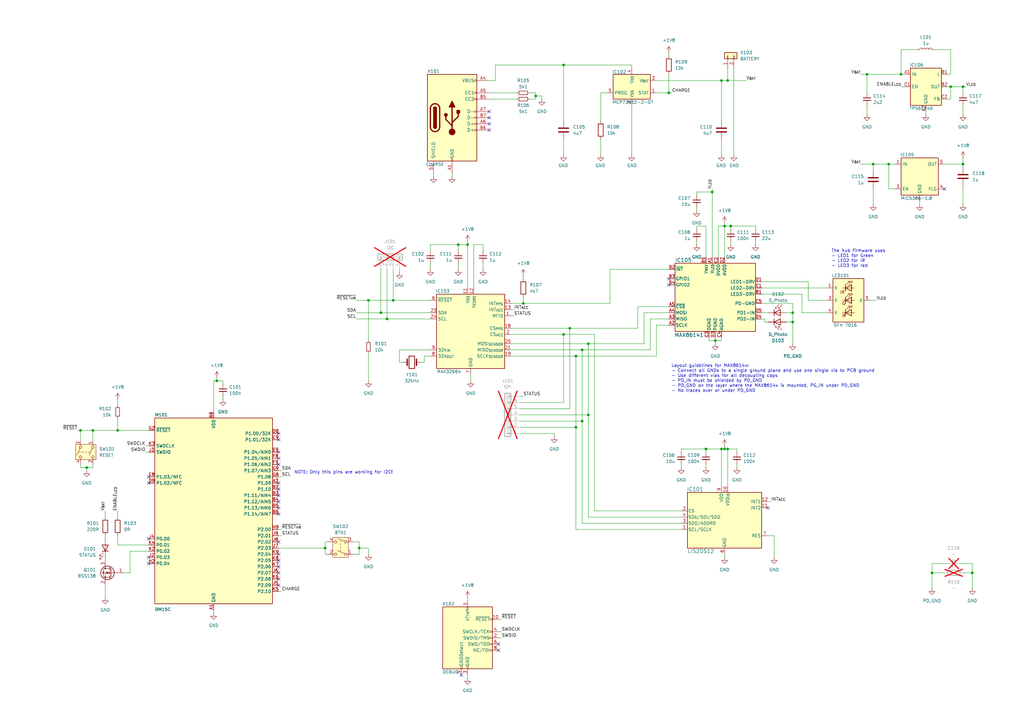
<source format=kicad_sch>
(kicad_sch (version 20250114) (generator "eeschema") (generator_version "9.0")
  (paper "A3")
  (title_block (title "Heartrate-DevKit") (date "2025-07-13") (rev "${REVISION}") (company "${COMPANY}"))
  (text "The hub firmware uses\n- LED1 for Green\n- LED2 for IR\n- LED3 for red" (at 340.995 102.235 0) (effects (font (size 1.27 1.27)) (justify left top)))
  (text "NOTE: Only this pins are working for I2C!" (at 120.65 193.04 0) (effects (font (size 1.27 1.27)) (justify left top)))
  (text "Layout guidelines for MAX8614x:\n- Connect all GNDs to a single ground plane and use one single via to PCB ground\n- Use different vias for all decoupling caps\n- PD_IN must be shielded by PD_GND\n- PD_GND on the layer where the MAX8614x is mounted, PG_IN under PD_GND\n- No traces over or under PD_GND" (at 275.336 149.352 0) (effects (font (size 1.27 1.27)) (justify left top)))
  (junction (at 274.32 38.1))
  (junction (at 355.6 30.48))
  (junction (at 325.12 132.08))
  (junction (at 158.75 130.81))
  (junction (at 35.56 191.77))
  (junction (at 133.35 224.79))
  (junction (at 394.97 67.31))
  (junction (at 88.9 156.21))
  (junction (at 38.1 176.53))
  (junction (at 394.97 35.56))
  (junction (at 292.1 78.74))
  (junction (at 214.63 124.46))
  (junction (at 241.3 140.97))
  (junction (at 295.91 33.02))
  (junction (at 382.27 234.95))
  (junction (at 297.18 92.71))
  (junction (at 156.21 128.27))
  (junction (at 293.37 139.7))
  (junction (at 298.45 33.02))
  (junction (at 33.02 176.53))
  (junction (at 299.72 92.71))
  (junction (at 187.96 100.33))
  (junction (at 289.56 184.15))
  (junction (at 398.78 234.95))
  (junction (at 151.13 123.19))
  (junction (at 364.49 67.31))
  (junction (at 236.22 175.26))
  (junction (at 358.14 67.31))
  (junction (at 233.68 134.62))
  (junction (at 236.22 146.05))
  (junction (at 238.76 143.51))
  (junction (at 231.14 137.16))
  (junction (at 161.29 123.19))
  (junction (at 191.77 100.33))
  (junction (at 238.76 172.72))
  (junction (at 297.18 184.15))
  (junction (at 147.32 224.79))
  (junction (at 295.91 184.15))
  (junction (at 389.89 35.56))
  (junction (at 298.45 184.15))
  (junction (at 325.12 128.27))
  (junction (at 241.3 170.18))
  (junction (at 369.57 30.48))
  (junction (at 219.71 39.37))
  (junction (at 48.26 176.53))
  (junction (at 231.14 26.67))
  (no_connect (at 60.96 195.58))
  (no_connect (at 387.35 77.47))
  (no_connect (at 274.32 114.3))
  (no_connect (at 114.3 222.25))
  (no_connect (at 60.96 220.98))
  (no_connect (at 114.3 198.12))
  (no_connect (at 200.66 50.8))
  (no_connect (at 204.47 266.7))
  (no_connect (at 114.3 185.42))
  (no_connect (at 114.3 240.03))
  (no_connect (at 204.47 264.16))
  (no_connect (at 114.3 234.95))
  (no_connect (at 114.3 203.2))
  (no_connect (at 200.66 45.72))
  (no_connect (at 114.3 208.28))
  (no_connect (at 314.96 208.28))
  (no_connect (at 114.3 187.96))
  (no_connect (at 274.32 116.84))
  (no_connect (at 114.3 177.8))
  (no_connect (at 60.96 198.12))
  (no_connect (at 114.3 180.34))
  (no_connect (at 189.23 276.86))
  (no_connect (at 200.66 48.26))
  (no_connect (at 60.96 228.6))
  (no_connect (at 114.3 210.82))
  (no_connect (at 114.3 205.74))
  (no_connect (at 114.3 229.87))
  (no_connect (at 200.66 53.34))
  (no_connect (at 114.3 237.49))
  (no_connect (at 114.3 232.41))
  (no_connect (at 114.3 227.33))
  (no_connect (at 114.3 200.66))
  (no_connect (at 60.96 231.14))
  (no_connect (at 114.3 190.5))
  (wire (pts (xy 213.36 162.56) (xy 214.63 162.56)))
  (wire (pts (xy 261.62 125.73) (xy 274.32 125.73)))
  (wire (pts (xy 87.63 156.21) (xy 88.9 156.21)))
  (wire (pts (xy 269.24 33.02) (xy 295.91 33.02)))
  (wire (pts (xy 377.19 82.55) (xy 377.19 83.82)))
  (wire (pts (xy 295.91 33.02) (xy 298.45 33.02)))
  (wire (pts (xy 369.57 20.32) (xy 369.57 30.48)))
  (wire (pts (xy 382.27 241.3) (xy 382.27 234.95)))
  (wire (pts (xy 325.12 124.46) (xy 325.12 128.27)))
  (wire (pts (xy 293.37 139.7) (xy 295.91 139.7)))
  (wire (pts (xy 241.3 140.97) (xy 264.16 140.97)))
  (wire (pts (xy 243.84 137.16) (xy 243.84 209.55)))
  (wire (pts (xy 60.96 182.88) (xy 59.69 182.88)))
  (wire (pts (xy 231.14 26.67) (xy 259.08 26.67)))
  (wire (pts (xy 294.64 92.71) (xy 294.64 105.41)))
  (wire (pts (xy 394.97 35.56) (xy 396.24 35.56)))
  (wire (pts (xy 382.27 231.14) (xy 388.62 231.14)))
  (wire (pts (xy 87.63 250.19) (xy 87.63 251.46)))
  (wire (pts (xy 191.77 100.33) (xy 191.77 118.11)))
  (wire (pts (xy 217.17 38.1) (xy 219.71 38.1)))
  (wire (pts (xy 387.35 67.31) (xy 394.97 67.31)))
  (wire (pts (xy 289.56 92.71) (xy 289.56 105.41)))
  (wire (pts (xy 241.3 212.09) (xy 279.4 212.09)))
  (wire (pts (xy 163.83 148.59) (xy 165.1 148.59)))
  (wire (pts (xy 290.83 138.43) (xy 290.83 139.7)))
  (wire (pts (xy 144.78 222.25) (xy 147.32 222.25)))
  (wire (pts (xy 394.97 43.18) (xy 394.97 46.99)))
  (wire (pts (xy 353.06 30.48) (xy 355.6 30.48)))
  (wire (pts (xy 214.63 113.03) (xy 214.63 114.3)))
  (wire (pts (xy 209.55 137.16) (xy 231.14 137.16)))
  (wire (pts (xy 156.21 110.49) (xy 156.21 128.27)))
  (wire (pts (xy 134.62 222.25) (xy 133.35 222.25)))
  (wire (pts (xy 194.31 100.33) (xy 198.12 100.33)))
  (wire (pts (xy 177.8 71.12) (xy 177.8 72.39)))
  (wire (pts (xy 187.96 100.33) (xy 187.96 102.87)))
  (wire (pts (xy 133.35 227.33) (xy 133.35 224.79)))
  (wire (pts (xy 358.14 67.31) (xy 358.14 69.85)))
  (wire (pts (xy 114.3 193.04) (xy 115.57 193.04)))
  (wire (pts (xy 295.91 184.15) (xy 289.56 184.15)))
  (wire (pts (xy 295.91 184.15) (xy 297.18 184.15)))
  (wire (pts (xy 198.12 100.33) (xy 198.12 102.87)))
  (wire (pts (xy 248.92 38.1) (xy 246.38 38.1)))
  (wire (pts (xy 297.18 227.33) (xy 297.18 228.6)))
  (wire (pts (xy 389.89 40.64) (xy 389.89 35.56)))
  (wire (pts (xy 43.18 240.03) (xy 43.18 245.11)))
  (wire (pts (xy 48.26 176.53) (xy 38.1 176.53)))
  (wire (pts (xy 369.57 35.56) (xy 370.84 35.56)))
  (wire (pts (xy 144.78 227.33) (xy 147.32 227.33)))
  (wire (pts (xy 293.37 138.43) (xy 293.37 139.7)))
  (wire (pts (xy 43.18 219.71) (xy 43.18 220.98)))
  (wire (pts (xy 60.96 223.52) (xy 48.26 223.52)))
  (wire (pts (xy 289.56 190.5) (xy 289.56 191.77)))
  (wire (pts (xy 295.91 139.7) (xy 295.91 138.43)))
  (wire (pts (xy 279.4 184.15) (xy 279.4 185.42)))
  (wire (pts (xy 394.97 35.56) (xy 394.97 38.1)))
  (wire (pts (xy 339.09 128.27) (xy 328.93 128.27)))
  (wire (pts (xy 299.72 92.71) (xy 309.88 92.71)))
  (wire (pts (xy 297.18 182.88) (xy 297.18 184.15)))
  (wire (pts (xy 274.32 38.1) (xy 275.59 38.1)))
  (wire (pts (xy 299.72 92.71) (xy 299.72 93.98)))
  (wire (pts (xy 185.42 71.12) (xy 185.42 72.39)))
  (wire (pts (xy 266.7 130.81) (xy 274.32 130.81)))
  (wire (pts (xy 309.88 99.06) (xy 309.88 100.33)))
  (wire (pts (xy 294.64 92.71) (xy 297.18 92.71)))
  (wire (pts (xy 214.63 124.46) (xy 214.63 121.92)))
  (wire (pts (xy 261.62 134.62) (xy 261.62 125.73)))
  (wire (pts (xy 35.56 191.77) (xy 38.1 191.77)))
  (wire (pts (xy 194.31 118.11) (xy 194.31 100.33)))
  (wire (pts (xy 191.77 276.86) (xy 191.77 278.13)))
  (wire (pts (xy 325.12 132.08) (xy 325.12 140.97)))
  (wire (pts (xy 264.16 128.27) (xy 274.32 128.27)))
  (wire (pts (xy 238.76 172.72) (xy 238.76 214.63)))
  (wire (pts (xy 48.26 176.53) (xy 60.96 176.53)))
  (wire (pts (xy 219.71 40.64) (xy 217.17 40.64)))
  (wire (pts (xy 358.14 67.31) (xy 364.49 67.31)))
  (wire (pts (xy 198.12 107.95) (xy 198.12 110.49)))
  (wire (pts (xy 161.29 110.49) (xy 161.29 123.19)))
  (wire (pts (xy 161.29 123.19) (xy 151.13 123.19)))
  (wire (pts (xy 389.89 35.56) (xy 388.62 35.56)))
  (wire (pts (xy 313.69 132.08) (xy 314.96 132.08)))
  (wire (pts (xy 339.09 118.11) (xy 312.42 118.11)))
  (wire (pts (xy 279.4 190.5) (xy 279.4 191.77)))
  (wire (pts (xy 238.76 143.51) (xy 266.7 143.51)))
  (wire (pts (xy 114.3 242.57) (xy 115.57 242.57)))
  (wire (pts (xy 147.32 224.79) (xy 147.32 227.33)))
  (wire (pts (xy 35.56 191.77) (xy 35.56 193.04)))
  (wire (pts (xy 193.04 153.67) (xy 193.04 156.21)))
  (wire (pts (xy 176.53 143.51) (xy 163.83 143.51)))
  (wire (pts (xy 114.3 195.58) (xy 115.57 195.58)))
  (wire (pts (xy 269.24 133.35) (xy 269.24 146.05)))
  (wire (pts (xy 213.36 165.1) (xy 231.14 165.1)))
  (wire (pts (xy 33.02 176.53) (xy 33.02 180.34)))
  (wire (pts (xy 236.22 175.26) (xy 236.22 217.17)))
  (wire (pts (xy 285.75 92.71) (xy 289.56 92.71)))
  (wire (pts (xy 238.76 143.51) (xy 209.55 143.51)))
  (wire (pts (xy 219.71 39.37) (xy 219.71 40.64)))
  (wire (pts (xy 91.44 156.21) (xy 91.44 157.48)))
  (wire (pts (xy 285.75 80.01) (xy 285.75 78.74)))
  (wire (pts (xy 298.45 184.15) (xy 298.45 199.39)))
  (wire (pts (xy 38.1 176.53) (xy 38.1 180.34)))
  (wire (pts (xy 173.99 148.59) (xy 173.99 146.05)))
  (wire (pts (xy 359.41 123.19) (xy 356.87 123.19)))
  (wire (pts (xy 285.75 93.98) (xy 285.75 92.71)))
  (wire (pts (xy 48.26 212.09) (xy 48.26 209.55)))
  (wire (pts (xy 339.09 123.19) (xy 331.47 123.19)))
  (wire (pts (xy 274.32 30.48) (xy 274.32 38.1)))
  (wire (pts (xy 31.75 176.53) (xy 33.02 176.53)))
  (wire (pts (xy 314.96 205.74) (xy 316.23 205.74)))
  (wire (pts (xy 246.38 38.1) (xy 246.38 49.53)))
  (wire (pts (xy 312.42 120.65) (xy 328.93 120.65)))
  (wire (pts (xy 176.53 100.33) (xy 176.53 102.87)))
  (wire (pts (xy 227.33 177.8) (xy 227.33 179.07)))
  (wire (pts (xy 375.92 20.32) (xy 369.57 20.32)))
  (wire (pts (xy 285.75 78.74) (xy 292.1 78.74)))
  (wire (pts (xy 367.03 77.47) (xy 364.49 77.47)))
  (wire (pts (xy 48.26 176.53) (xy 48.26 171.45)))
  (wire (pts (xy 325.12 128.27) (xy 325.12 132.08)))
  (wire (pts (xy 394.97 67.31) (xy 394.97 68.58)))
  (wire (pts (xy 298.45 33.02) (xy 306.07 33.02)))
  (wire (pts (xy 219.71 39.37) (xy 222.25 39.37)))
  (wire (pts (xy 241.3 170.18) (xy 241.3 212.09)))
  (wire (pts (xy 279.4 184.15) (xy 289.56 184.15)))
  (wire (pts (xy 285.75 99.06) (xy 285.75 100.33)))
  (wire (pts (xy 156.21 128.27) (xy 176.53 128.27)))
  (wire (pts (xy 91.44 162.56) (xy 91.44 163.83)))
  (wire (pts (xy 264.16 140.97) (xy 264.16 128.27)))
  (wire (pts (xy 231.14 165.1) (xy 231.14 137.16)))
  (wire (pts (xy 295.91 57.15) (xy 295.91 63.5)))
  (wire (pts (xy 213.36 172.72) (xy 238.76 172.72)))
  (wire (pts (xy 151.13 224.79) (xy 151.13 227.33)))
  (wire (pts (xy 302.26 190.5) (xy 302.26 191.77)))
  (wire (pts (xy 172.72 148.59) (xy 173.99 148.59)))
  (wire (pts (xy 209.55 134.62) (xy 233.68 134.62)))
  (wire (pts (xy 274.32 133.35) (xy 269.24 133.35)))
  (wire (pts (xy 33.02 190.5) (xy 33.02 191.77)))
  (wire (pts (xy 298.45 184.15) (xy 297.18 184.15)))
  (wire (pts (xy 163.83 110.49) (xy 163.83 111.76)))
  (wire (pts (xy 219.71 39.37) (xy 219.71 38.1)))
  (wire (pts (xy 114.3 224.79) (xy 133.35 224.79)))
  (wire (pts (xy 88.9 154.94) (xy 88.9 156.21)))
  (wire (pts (xy 259.08 27.94) (xy 259.08 26.67)))
  (wire (pts (xy 379.73 45.72) (xy 379.73 46.99)))
  (wire (pts (xy 394.97 76.2) (xy 394.97 83.82)))
  (wire (pts (xy 312.42 130.81) (xy 313.69 130.81)))
  (wire (pts (xy 203.2 26.67) (xy 203.2 33.02)))
  (wire (pts (xy 382.27 234.95) (xy 387.35 234.95)))
  (wire (pts (xy 317.5 219.71) (xy 317.5 228.6)))
  (wire (pts (xy 176.53 107.95) (xy 176.53 110.49)))
  (wire (pts (xy 241.3 140.97) (xy 241.3 170.18)))
  (wire (pts (xy 313.69 130.81) (xy 313.69 132.08)))
  (wire (pts (xy 393.7 231.14) (xy 398.78 231.14)))
  (wire (pts (xy 364.49 67.31) (xy 367.03 67.31)))
  (wire (pts (xy 353.06 67.31) (xy 358.14 67.31)))
  (wire (pts (xy 33.02 191.77) (xy 35.56 191.77)))
  (wire (pts (xy 209.55 127) (xy 210.82 127)))
  (wire (pts (xy 355.6 30.48) (xy 355.6 38.1)))
  (wire (pts (xy 243.84 209.55) (xy 279.4 209.55)))
  (wire (pts (xy 176.53 123.19) (xy 161.29 123.19)))
  (wire (pts (xy 292.1 77.47) (xy 292.1 78.74)))
  (wire (pts (xy 231.14 137.16) (xy 243.84 137.16)))
  (wire (pts (xy 389.89 35.56) (xy 394.97 35.56)))
  (wire (pts (xy 298.45 184.15) (xy 302.26 184.15)))
  (wire (pts (xy 213.36 170.18) (xy 241.3 170.18)))
  (wire (pts (xy 209.55 129.54) (xy 210.82 129.54)))
  (wire (pts (xy 33.02 176.53) (xy 38.1 176.53)))
  (wire (pts (xy 295.91 199.39) (xy 295.91 184.15)))
  (wire (pts (xy 191.77 245.11) (xy 191.77 246.38)))
  (wire (pts (xy 328.93 120.65) (xy 328.93 128.27)))
  (wire (pts (xy 213.36 167.64) (xy 233.68 167.64)))
  (wire (pts (xy 200.66 38.1) (xy 212.09 38.1)))
  (wire (pts (xy 292.1 78.74) (xy 292.1 105.41)))
  (wire (pts (xy 238.76 214.63) (xy 279.4 214.63)))
  (wire (pts (xy 134.62 227.33) (xy 133.35 227.33)))
  (wire (pts (xy 114.3 219.71) (xy 115.57 219.71)))
  (wire (pts (xy 369.57 30.48) (xy 370.84 30.48)))
  (wire (pts (xy 209.55 124.46) (xy 214.63 124.46)))
  (wire (pts (xy 394.97 234.95) (xy 398.78 234.95)))
  (wire (pts (xy 87.63 156.21) (xy 87.63 168.91)))
  (wire (pts (xy 382.27 234.95) (xy 382.27 231.14)))
  (wire (pts (xy 250.19 110.49) (xy 274.32 110.49)))
  (wire (pts (xy 187.96 107.95) (xy 187.96 110.49)))
  (wire (pts (xy 60.96 226.06) (xy 53.34 226.06)))
  (wire (pts (xy 322.58 128.27) (xy 325.12 128.27)))
  (wire (pts (xy 204.47 254) (xy 205.74 254)))
  (wire (pts (xy 274.32 21.59) (xy 274.32 22.86)))
  (wire (pts (xy 388.62 30.48) (xy 389.89 30.48)))
  (wire (pts (xy 187.96 100.33) (xy 191.77 100.33)))
  (wire (pts (xy 293.37 139.7) (xy 293.37 140.97)))
  (wire (pts (xy 158.75 110.49) (xy 158.75 130.81)))
  (wire (pts (xy 43.18 228.6) (xy 43.18 229.87)))
  (wire (pts (xy 146.05 128.27) (xy 156.21 128.27)))
  (wire (pts (xy 309.88 92.71) (xy 309.88 93.98)))
  (wire (pts (xy 295.91 33.02) (xy 295.91 49.53)))
  (wire (pts (xy 259.08 43.18) (xy 259.08 63.5)))
  (wire (pts (xy 222.25 40.64) (xy 222.25 39.37)))
  (wire (pts (xy 48.26 163.83) (xy 48.26 166.37)))
  (wire (pts (xy 312.42 115.57) (xy 331.47 115.57)))
  (wire (pts (xy 389.89 30.48) (xy 389.89 20.32)))
  (wire (pts (xy 285.75 85.09) (xy 285.75 86.36)))
  (wire (pts (xy 297.18 92.71) (xy 299.72 92.71)))
  (wire (pts (xy 114.3 217.17) (xy 115.57 217.17)))
  (wire (pts (xy 297.18 91.44) (xy 297.18 92.71)))
  (wire (pts (xy 299.72 99.06) (xy 299.72 100.33)))
  (wire (pts (xy 331.47 123.19) (xy 331.47 115.57)))
  (wire (pts (xy 38.1 190.5) (xy 38.1 191.77)))
  (wire (pts (xy 298.45 27.94) (xy 298.45 33.02)))
  (wire (pts (xy 236.22 217.17) (xy 279.4 217.17)))
  (wire (pts (xy 250.19 124.46) (xy 250.19 110.49)))
  (wire (pts (xy 146.05 130.81) (xy 158.75 130.81)))
  (wire (pts (xy 358.14 77.47) (xy 358.14 83.82)))
  (wire (pts (xy 43.18 209.55) (xy 43.18 212.09)))
  (wire (pts (xy 383.54 20.32) (xy 389.89 20.32)))
  (wire (pts (xy 200.66 33.02) (xy 203.2 33.02)))
  (wire (pts (xy 269.24 38.1) (xy 274.32 38.1)))
  (wire (pts (xy 398.78 234.95) (xy 398.78 241.3)))
  (wire (pts (xy 266.7 143.51) (xy 266.7 130.81)))
  (wire (pts (xy 200.66 40.64) (xy 212.09 40.64)))
  (wire (pts (xy 147.32 222.25) (xy 147.32 224.79)))
  (wire (pts (xy 163.83 143.51) (xy 163.83 148.59)))
  (wire (pts (xy 314.96 219.71) (xy 317.5 219.71)))
  (wire (pts (xy 231.14 57.15) (xy 231.14 63.5)))
  (wire (pts (xy 394.97 64.77) (xy 394.97 67.31)))
  (wire (pts (xy 151.13 144.78) (xy 151.13 156.21)))
  (wire (pts (xy 214.63 124.46) (xy 250.19 124.46)))
  (wire (pts (xy 233.68 134.62) (xy 233.68 167.64)))
  (wire (pts (xy 204.47 259.08) (xy 205.74 259.08)))
  (wire (pts (xy 48.26 223.52) (xy 48.26 219.71)))
  (wire (pts (xy 246.38 57.15) (xy 246.38 63.5)))
  (wire (pts (xy 147.32 224.79) (xy 151.13 224.79)))
  (wire (pts (xy 209.55 140.97) (xy 241.3 140.97)))
  (wire (pts (xy 398.78 231.14) (xy 398.78 234.95)))
  (wire (pts (xy 191.77 99.06) (xy 191.77 100.33)))
  (wire (pts (xy 133.35 222.25) (xy 133.35 224.79)))
  (wire (pts (xy 60.96 185.42) (xy 59.69 185.42)))
  (wire (pts (xy 213.36 177.8) (xy 227.33 177.8)))
  (wire (pts (xy 355.6 30.48) (xy 369.57 30.48)))
  (wire (pts (xy 213.36 175.26) (xy 236.22 175.26)))
  (wire (pts (xy 289.56 184.15) (xy 289.56 185.42)))
  (wire (pts (xy 231.14 26.67) (xy 203.2 26.67)))
  (wire (pts (xy 151.13 123.19) (xy 151.13 139.7)))
  (wire (pts (xy 236.22 146.05) (xy 236.22 175.26)))
  (wire (pts (xy 233.68 134.62) (xy 261.62 134.62)))
  (wire (pts (xy 388.62 40.64) (xy 389.89 40.64)))
  (wire (pts (xy 176.53 146.05) (xy 173.99 146.05)))
  (wire (pts (xy 204.47 261.62) (xy 205.74 261.62)))
  (wire (pts (xy 176.53 100.33) (xy 187.96 100.33)))
  (wire (pts (xy 53.34 226.06) (xy 53.34 234.95)))
  (wire (pts (xy 231.14 26.67) (xy 231.14 49.53)))
  (wire (pts (xy 312.42 124.46) (xy 325.12 124.46)))
  (wire (pts (xy 146.05 123.19) (xy 151.13 123.19)))
  (wire (pts (xy 364.49 77.47) (xy 364.49 67.31)))
  (wire (pts (xy 322.58 132.08) (xy 325.12 132.08)))
  (wire (pts (xy 300.99 27.94) (xy 300.99 63.5)))
  (wire (pts (xy 355.6 43.18) (xy 355.6 46.99)))
  (wire (pts (xy 158.75 130.81) (xy 176.53 130.81)))
  (wire (pts (xy 50.8 234.95) (xy 53.34 234.95)))
  (wire (pts (xy 297.18 92.71) (xy 297.18 105.41)))
  (wire (pts (xy 312.42 128.27) (xy 314.96 128.27)))
  (wire (pts (xy 209.55 146.05) (xy 236.22 146.05)))
  (wire (pts (xy 88.9 156.21) (xy 91.44 156.21)))
  (wire (pts (xy 302.26 184.15) (xy 302.26 185.42)))
  (wire (pts (xy 238.76 143.51) (xy 238.76 172.72)))
  (wire (pts (xy 236.22 146.05) (xy 269.24 146.05)))
  (wire (pts (xy 290.83 139.7) (xy 293.37 139.7)))
  (label "~{RESET}" (at 205.74 254 0))
  (label "V_{LED}" (at 396.24 35.56 0))
  (label "STATUS" (at 214.63 162.56 0))
  (label "SWDIO" (at 205.74 261.62 0))
  (label "INT_{ACC}" (at 316.23 205.74 0))
  (label "~{RESET_{HR}}" (at 115.57 217.17 0))
  (label "ENABLE_{LED}" (at 369.57 35.56 180))
  (label "SDA" (at 146.05 128.27 180))
  (label "INT_{ACC}" (at 210.82 127 0))
  (label "CHARGE" (at 275.59 38.1 0))
  (label "V_{LED}" (at 292.1 77.47 90))
  (label "SWDCLK" (at 205.74 259.08 0))
  (label "STATUS" (at 115.57 219.71 0))
  (label "CHARGE" (at 115.57 242.57 0))
  (label "V_{LED}" (at 359.41 123.19 0))
  (label "V_{BAT}" (at 353.06 30.48 180))
  (label "V_{BAT}" (at 353.06 67.31 180))
  (label "SWDCLK" (at 59.69 182.88 180))
  (label "STATUS" (at 210.82 129.54 0))
  (label "SCL" (at 115.57 195.58 0))
  (label "ENABLE_{LED}" (at 48.26 209.55 90))
  (label "SDA" (at 115.57 193.04 0))
  (label "SWDIO" (at 59.69 185.42 180))
  (label "SCL" (at 146.05 130.81 180))
  (label "V_{BAT}" (at 43.18 209.55 90))
  (label "V_{BAT}" (at 306.07 33.02 0))
  (label "~{RESET_{HR}}" (at 146.05 123.19 180))
  (label "~{RESET}" (at 31.75 176.53 180))
  (symbol (lib_id "Connector_Generic:Conn_01x04") (at 158.75 105.41 90) (unit 1) (dnp yes)
    (property "Reference" "J101" (at 160.02 99.06 90))
    (property "Value" "I2C" (at 160.02 101.6 90))
    (property "Footprint" "Connector_PinHeader_2.54mm:PinHeader_1x04_P2.54mm_Vertical" (effects (hide yes)))
    (property "Description" "Generic connector, single row, 01x04, script generated (kicad-library-utils/schlib/autogen/connector/)" (effects (hide yes)))
  )
  (symbol (lib_id "Device:R") (at 48.26 215.9 0) (mirror x) (unit 1)
    (property "Reference" "R103" (at 50.8 214.6299 0) (effects (justify left)))
    (property "Value" "0R" (at 50.8 217.1699 0) (effects (justify left)))
    (property "Footprint" "Resistor_SMD:R_0805_2012Metric" (effects (hide yes)))
    (property "Datasheet" "https://www.vishay.com/doc?28773" (effects (hide yes)))
    (property "Description" "Resistor" (effects (hide yes)))
    (property "manf" "Vishay" (effects (hide yes)))
    (property "manf#" "CRCW08050000Z0EBC" (effects (hide yes)))
    (property "mouser#" "71-CRCW08050000Z0EBC" (effects (hide yes)))
  )
  (symbol (lib_id "power:+1V8") (at 191.77 245.11 0) (unit 1)
    (property "Reference" "#PWR0115" (effects (hide yes)))
    (property "Value" "+1V8" (at 191.77 240.03 0))
    (property "Description" "Power symbol creates a global label with name \"+1V8\"" (effects (hide yes)))
  )
  (symbol (lib_id "power:GND") (at 302.26 191.77 0) (unit 1)
    (property "Reference" "#PWR0137" (effects (hide yes)))
    (property "Value" "GND" (at 302.26 196.85 0))
    (property "Description" "Power symbol creates a global label with name \"GND\" , ground" (effects (hide yes)))
  )
  (symbol (lib_id "power:GND") (at 300.99 63.5 0) (unit 1)
    (property "Reference" "#PWR0136" (effects (hide yes)))
    (property "Value" "GND" (at 301.117 67.8942 0))
    (property "Description" "Power symbol creates a global label with name \"GND\" , ground" (effects (hide yes)))
  )
  (symbol (lib_id "power:GNDA") (at 382.27 241.3 0) (unit 1)
    (property "Reference" "#PWR0145" (effects (hide yes)))
    (property "Value" "PD_GND" (at 382.27 246.38 0))
    (property "Description" "Power symbol creates a global label with name \"GNDA\" , analog ground" (effects (hide yes)))
  )
  (symbol (lib_id "Device:D_Photo") (at 320.04 132.08 0) (mirror x) (unit 1)
    (property "Reference" "D103" (at 319.0875 139.7 0))
    (property "Value" "D_Photo" (at 319.0875 137.16 0))
    (property "Footprint" "Vishay:VEMD808x" (effects (hide yes)))
    (property "Datasheet" "https://www.vishay.com/docs/80381/vemd8082.pdf" (effects (hide yes)))
    (property "Description" "Photodiode" (effects (hide yes)))
    (property "manf" "Vishay Semiconductors" (effects (hide yes)))
    (property "manf#" "VEMD8082" (effects (hide yes)))
    (property "mouser#" "78-VEMD8082" (effects (hide yes)))
  )
  (symbol (lib_id "Device:C_Small") (at 91.44 160.02 0) (unit 1)
    (property "Reference" "C101" (at 93.98 158.7562 0) (effects (justify left)))
    (property "Value" "100n" (at 93.98 161.2962 0) (effects (justify left)))
    (property "Footprint" "Capacitor_SMD:C_0402_1005Metric" (effects (hide yes)))
    (property "Datasheet" "https://www.yageogroup.com/content/datasheet/asset/file/KEM_C1002_X7R_SMD" (effects (hide yes)))
    (property "Description" "Unpolarized capacitor, small symbol" (effects (hide yes)))
    (property "manf" "KEMET" (effects (hide yes)))
    (property "manf#" "C0402C104K4RAC7411" (effects (hide yes)))
    (property "mouser#" "80-C0402C104K4R7411" (effects (hide yes)))
  )
  (symbol (lib_id "power:GND") (at 191.77 278.13 0) (unit 1)
    (property "Reference" "#PWR0116" (effects (hide yes)))
    (property "Value" "GND" (at 191.77 283.21 0))
    (property "Description" "Power symbol creates a global label with name \"GND\" , ground" (effects (hide yes)))
  )
  (symbol (lib_id "Device:C_Small") (at 176.53 105.41 0) (mirror y) (unit 1)
    (property "Reference" "C102" (at 173.99 104.1462 0) (effects (justify left)))
    (property "Value" "1u" (at 173.99 106.6862 0) (effects (justify left)))
    (property "Footprint" "Capacitor_SMD:C_0402_1005Metric" (effects (hide yes)))
    (property "Datasheet" "https://www.mouser.de/datasheet/2/40/cx5r-2835979.pdf" (effects (hide yes)))
    (property "Description" "Unpolarized capacitor, small symbol" (effects (hide yes)))
    (property "manf" "KYOCERA AVX" (effects (hide yes)))
    (property "manf#" "04023D105KAT2A" (effects (hide yes)))
    (property "mouser#" "581-04023D105KAT2A" (effects (hide yes)))
  )
  (symbol (lib_id "power:GND") (at 394.97 46.99 0) (unit 1)
    (property "Reference" "#PWR0146" (effects (hide yes)))
    (property "Value" "GND" (at 394.97 52.07 0))
    (property "Description" "Power symbol creates a global label with name \"GND\" , ground" (effects (hide yes)))
  )
  (symbol (lib_id "power:GND") (at 246.38 63.5 0) (mirror y) (unit 1)
    (property "Reference" "#PWR0123" (effects (hide yes)))
    (property "Value" "GND" (at 246.253 67.8942 0))
    (property "Description" "Power symbol creates a global label with name \"GND\" , ground" (effects (hide yes)))
  )
  (symbol (lib_id "power:GND") (at 231.14 63.5 0) (mirror y) (unit 1)
    (property "Reference" "#PWR0122" (effects (hide yes)))
    (property "Value" "GND" (at 231.013 67.8942 0))
    (property "Description" "Power symbol creates a global label with name \"GND\" , ground" (effects (hide yes)))
  )
  (symbol (lib_id "Device:C_Small") (at 198.12 105.41 0) (unit 1)
    (property "Reference" "C112" (at 200.66 104.1462 0) (effects (justify left)))
    (property "Value" "1u" (at 200.66 106.6862 0) (effects (justify left)))
    (property "Footprint" "Capacitor_SMD:C_0402_1005Metric" (effects (hide yes)))
    (property "Datasheet" "https://www.mouser.de/datasheet/2/40/cx5r-2835979.pdf" (effects (hide yes)))
    (property "Description" "Unpolarized capacitor, small symbol" (effects (hide yes)))
    (property "manf" "KYOCERA AVX" (effects (hide yes)))
    (property "manf#" "04023D105KAT2A" (effects (hide yes)))
    (property "mouser#" "581-04023D105KAT2A" (effects (hide yes)))
  )
  (symbol (lib_id "power:+1V8") (at 274.32 21.59 0) (unit 1)
    (property "Reference" "#PWR0125" (effects (hide yes)))
    (property "Value" "+1V8" (at 274.32 16.51 0))
    (property "Description" "Power symbol creates a global label with name \"+1V8\"" (effects (hide yes)))
  )
  (symbol (lib_id "Switch:SW_DPST") (at 139.7 224.79 0) (mirror y) (unit 1)
    (property "Reference" "SW102" (at 139.7 215.9 0))
    (property "Value" "BTN1" (at 139.7 218.44 0))
    (property "Footprint" "Wuerth:WS-TASV-6x6" (effects (hide yes)))
    (property "Datasheet" "https://www.we-online.com/components/products/datasheet/430182095816.pdf" (effects (hide yes)))
    (property "Description" "Double Pole Single Throw (DPST) Switch" (effects (hide yes)))
    (property "manf" "Wurth Elektronik" (effects (hide yes)))
    (property "manf#" "430182095816" (effects (hide yes)))
    (property "mouser#" "710-430182095816" (effects (hide yes)))
  )
  (symbol (lib_id "power:GND") (at 355.6 46.99 0) (unit 1)
    (property "Reference" "#PWR0141" (effects (hide yes)))
    (property "Value" "GND" (at 355.6 52.07 0))
    (property "Description" "Power symbol creates a global label with name \"GND\" , ground" (effects (hide yes)))
  )
  (symbol (lib_id "Device:C_Small") (at 187.96 105.41 0) (mirror y) (unit 1)
    (property "Reference" "C111" (at 185.42 104.1462 0) (effects (justify left)))
    (property "Value" "1u" (at 185.42 106.6862 0) (effects (justify left)))
    (property "Footprint" "Capacitor_SMD:C_0402_1005Metric" (effects (hide yes)))
    (property "Datasheet" "https://www.mouser.de/datasheet/2/40/cx5r-2835979.pdf" (effects (hide yes)))
    (property "Description" "Unpolarized capacitor, small symbol" (effects (hide yes)))
    (property "manf" "KYOCERA AVX" (effects (hide yes)))
    (property "manf#" "04023D105KAT2A" (effects (hide yes)))
    (property "mouser#" "581-04023D105KAT2A" (effects (hide yes)))
  )
  (symbol (lib_id "power:GND") (at 185.42 72.39 0) (unit 1)
    (property "Reference" "#PWR0112" (effects (hide yes)))
    (property "Value" "GND" (effects (hide yes)))
    (property "Description" "Power symbol creates a global label with name \"GND\" , ground" (effects (hide yes)))
  )
  (symbol (lib_id "Device:C") (at 295.91 53.34 0) (mirror y) (unit 1)
    (property "Reference" "C110" (at 292.1 52.07 0) (effects (justify left)))
    (property "Value" "4u7" (at 292.1 54.61 0) (effects (justify left)))
    (property "Footprint" "Capacitor_SMD:C_0603_1608Metric" (effects (hide yes)))
    (property "Datasheet" "https://www.mouser.de/datasheet/2/396/mlcc02_e-1307760.pdf" (effects (hide yes)))
    (property "Description" "Unpolarized capacitor" (effects (hide yes)))
    (property "manf" "TAIYO YUDEN" (effects (hide yes)))
    (property "manf#" "LMK107BJ475KA-T" (effects (hide yes)))
    (property "mouser#" "963-LMK107BJ475KA-T" (effects (hide yes)))
  )
  (symbol (lib_id "Device:R") (at 274.32 26.67 0) (mirror x) (unit 1)
    (property "Reference" "R109" (at 276.86 25.3999 0) (effects (justify left)))
    (property "Value" "10k" (at 276.86 27.9399 0) (effects (justify left)))
    (property "Footprint" "Resistor_SMD:R_0402_1005Metric" (effects (hide yes)))
    (property "Datasheet" "https://www.mouser.de/datasheet/2/54/cr-1858361.pdf" (effects (hide yes)))
    (property "Description" "Resistor" (effects (hide yes)))
    (property "manf" "Bourns" (effects (hide yes)))
    (property "manf#" "CR0402-JW-103GLF" (effects (hide yes)))
    (property "mouser#" "652-CR0402-JW-103GLF" (effects (hide yes)))
  )
  (symbol (lib_id "power:GND") (at 176.53 110.49 0) (unit 1)
    (property "Reference" "#PWR0110" (effects (hide yes)))
    (property "Value" "GND" (at 176.53 115.57 0))
    (property "Description" "Power symbol creates a global label with name \"GND\" , ground" (effects (hide yes)))
  )
  (symbol (lib_id "power:GND") (at 151.13 227.33 0) (mirror y) (unit 1)
    (property "Reference" "#PWR0108" (effects (hide yes)))
    (property "Value" "GND" (at 151.13 232.41 0))
    (property "Description" "Power symbol creates a global label with name \"GND\" , ground" (effects (hide yes)))
  )
  (symbol (lib_id "Device:Crystal") (at 168.91 148.59 180) (unit 1)
    (property "Reference" "Y101" (at 168.91 153.67 0))
    (property "Value" "32kHz" (at 168.91 156.21 0))
    (property "Footprint" "Crystal_Kampi:ECS_ECX-1210" (effects (hide yes)))
    (property "Datasheet" "https://www.mouser.de/datasheet/2/122/ECX_1210-2400578.pdf" (effects (hide yes)))
    (property "Description" "Two pin crystal" (effects (hide yes)))
    (property "manf" "ECS" (effects (hide yes)))
    (property "manf#" "ECS-.327-6-1210-TR" (effects (hide yes)))
    (property "mouser#" "520-.327-6-1210-TR" (effects (hide yes)))
  )
  (symbol (lib_id "Device:C_Small") (at 285.75 82.55 0) (mirror y) (unit 1)
    (property "Reference" "C107" (at 283.21 81.2862 0) (effects (justify left)))
    (property "Value" "10u" (at 283.21 83.8262 0) (effects (justify left)))
    (property "Footprint" "Capacitor_SMD:C_0402_1005Metric" (effects (hide yes)))
    (property "Datasheet" "https://www.mouser.de/datasheet/2/396/mlcc02_e-1307760.pdf" (effects (hide yes)))
    (property "Description" "Unpolarized capacitor, small symbol" (effects (hide yes)))
    (property "manf" "TAIYO YUDEN" (effects (hide yes)))
    (property "manf#" "AMK105CBJ106MV-F" (effects (hide yes)))
    (property "mouser#" "963-AMK105CBJ106MV-F" (effects (hide yes)))
  )
  (symbol (lib_id "Battery_Management:MCP73832-2-OT") (at 259.08 35.56 0) (unit 1)
    (property "Reference" "IC102" (at 254 29.464 0))
    (property "Value" "MCP73832-2-OT" (at 259.588 41.91 0))
    (property "Footprint" "Package_TO_SOT_SMD:SOT-23-5" (effects (hide yes)))
    (property "Datasheet" "http://ww1.microchip.com/downloads/en/DeviceDoc/20001984g.pdf" (effects (hide yes)))
    (property "Description" "Single cell, Li-Ion/Li-Po charge management controller, 4.20V, Open-Drain Status Output, in SOT23-5 package" (effects (hide yes)))
    (property "manf" "Microchip Technology / Atmel" (effects (hide yes)))
    (property "manf#" "MCP73832T-2ACI/OT" (effects (hide yes)))
    (property "mouser#" "579-MCP73832T-2ACI/OT" (effects (hide yes)))
  )
  (symbol (lib_id "power:GND") (at 398.78 241.3 0) (unit 1)
    (property "Reference" "#PWR0149" (effects (hide yes)))
    (property "Value" "GND" (at 398.78 246.38 0))
    (property "Description" "Power symbol creates a global label with name \"GND\" , ground" (effects (hide yes)))
  )
  (symbol (lib_id "Connector_Generic:Conn_01x07") (at 208.28 170.18 180) (unit 1) (dnp yes)
    (property "Reference" "J101" (at 208.28 156.21 0))
    (property "Value" "SPI" (at 208.28 158.75 0))
    (property "Footprint" "Connector_PinHeader_2.54mm:PinHeader_1x07_P2.54mm_Vertical" (effects (hide yes)))
    (property "Description" "Generic connector, single row, 01x07, script generated (kicad-library-utils/schlib/autogen/connector/)" (effects (hide yes)))
  )
  (symbol (lib_id "Device:C_Small") (at 391.16 231.14 90) (mirror x) (unit 1) (in_bom no) (dnp yes)
    (property "Reference" "C116" (at 391.1663 224.79 90))
    (property "Value" "~" (at 391.1663 227.33 90))
    (property "Footprint" "Capacitor_SMD:C_0402_1005Metric" (effects (hide yes)))
    (property "Description" "Unpolarized capacitor, small symbol" (effects (hide yes)))
  )
  (symbol (lib_id "power:+1V8") (at 394.97 64.77 0) (unit 1)
    (property "Reference" "#PWR0147" (effects (hide yes)))
    (property "Value" "+1V8" (at 394.97 59.69 0))
    (property "Description" "Power symbol creates a global label with name \"+1V8\"" (effects (hide yes)))
  )
  (symbol (lib_id "Device:R_Small") (at 151.13 142.24 0) (unit 1)
    (property "Reference" "R101" (at 153.67 140.9699 0) (effects (justify left)))
    (property "Value" "10k" (at 153.67 143.5099 0) (effects (justify left)))
    (property "Footprint" "Resistor_SMD:R_0402_1005Metric" (effects (hide yes)))
    (property "Datasheet" "https://www.mouser.de/datasheet/2/54/cr-1858361.pdf" (effects (hide yes)))
    (property "Description" "Resistor, small symbol" (effects (hide yes)))
    (property "manf" "Bourns" (effects (hide yes)))
    (property "manf#" "CR0402-JW-103GLF" (effects (hide yes)))
    (property "mouser#" "652-CR0402-JW-103GLF" (effects (hide yes)))
  )
  (symbol (lib_id "Analog Devices:MAX86141") (at 293.37 121.92 0) (unit 1)
    (property "Reference" "IC105" (at 276.86 106.68 0) (effects (font (size 1.524 1.524)) (justify left)))
    (property "Value" "MAX86141" (at 276.606 137.414 0) (effects (font (size 1.524 1.524)) (justify left)))
    (property "Footprint" "Package_BGA_Kampi:THIN-WLP-20_2.228x1.967mm_P0.4mm" (effects (hide yes)))
    (property "Datasheet" "https://www.analog.com/media/en/technical-documentation/data-sheets/max86140-max86141.pdf" (effects (hide yes)))
    (property "manf" "Analog Devices / Maxim Integrated" (effects (hide yes)))
    (property "manf#" "MAX86141ENP+T" (effects (hide yes)))
    (property "mouser#" "700-MAX86141ENP+T" (effects (hide yes)))
  )
  (symbol (lib_id "power:GND") (at 285.75 86.36 0) (unit 1)
    (property "Reference" "#PWR0127" (effects (hide yes)))
    (property "Value" "GND" (at 285.75 91.44 0))
    (property "Description" "Power symbol creates a global label with name \"GND\" , ground" (effects (hide yes)))
  )
  (symbol (lib_id "power:GND") (at 193.04 156.21 0) (unit 1)
    (property "Reference" "#PWR0109" (effects (hide yes)))
    (property "Value" "GND" (at 193.04 161.29 0))
    (property "Description" "Power symbol creates a global label with name \"GND\" , ground" (effects (hide yes)))
  )
  (symbol (lib_id "power:GND") (at 309.88 100.33 0) (unit 1)
    (property "Reference" "#PWR0138" (effects (hide yes)))
    (property "Value" "GND" (at 309.88 105.41 0))
    (property "Description" "Power symbol creates a global label with name \"GND\" , ground" (effects (hide yes)))
  )
  (symbol (lib_id "Microchip_Kampi:MIC5365") (at 377.19 72.39 0) (unit 1)
    (property "Reference" "IC105" (at 372.11 63.5 0))
    (property "Value" "MIC5365-1.8" (at 375.92 81.28 0))
    (property "Footprint" "Package_TO_SOT_SMD:SOT-23-5" (effects (hide yes)))
    (property "Datasheet" "https://ww1.microchip.com/downloads/en/DeviceDoc/mic5365.pdf" (effects (hide yes)))
    (property "manf" "Microchip Technology" (effects (hide yes)))
    (property "manf#" " MIC5365-1.8YD5-TR" (effects (hide yes)))
    (property "mouser#" "998- MIC5365-1.8YD5-TR" (effects (hide yes)))
  )
  (symbol (lib_id "power:GND") (at 295.91 63.5 0) (mirror y) (unit 1)
    (property "Reference" "#PWR0131" (effects (hide yes)))
    (property "Value" "GND" (at 295.783 67.8942 0))
    (property "Description" "Power symbol creates a global label with name \"GND\" , ground" (effects (hide yes)))
  )
  (symbol (lib_id "Device:C_Small") (at 299.72 96.52 0) (unit 1)
    (property "Reference" "C111" (at 302.26 95.2562 0) (effects (justify left)))
    (property "Value" "100n" (at 302.26 97.7962 0) (effects (justify left)))
    (property "Footprint" "Capacitor_SMD:C_0402_1005Metric" (effects (hide yes)))
    (property "Datasheet" "https://www.yageogroup.com/content/datasheet/asset/file/KEM_C1002_X7R_SMD" (effects (hide yes)))
    (property "Description" "Unpolarized capacitor, small symbol" (effects (hide yes)))
    (property "manf" "KEMET" (effects (hide yes)))
    (property "manf#" "C0402C104K4RAC7411" (effects (hide yes)))
    (property "mouser#" "80-C0402C104K4R7411" (effects (hide yes)))
  )
  (symbol (lib_id "power:+1V8") (at 297.18 91.44 0) (unit 1)
    (property "Reference" "#PWR0132" (effects (hide yes)))
    (property "Value" "+1V8" (at 297.18 86.36 0))
    (property "Description" "Power symbol creates a global label with name \"+1V8\"" (effects (hide yes)))
  )
  (symbol (lib_id "power:GND") (at 358.14 83.82 0) (unit 1)
    (property "Reference" "#PWR0142" (effects (hide yes)))
    (property "Value" "GND" (at 358.14 88.9 0))
    (property "Description" "Power symbol creates a global label with name \"GND\" , ground" (effects (hide yes)))
  )
  (symbol (lib_id "Device:R") (at 391.16 234.95 90) (mirror x) (unit 1) (in_bom no) (dnp yes)
    (property "Reference" "R110" (at 391.16 238.76 90))
    (property "Value" "~" (at 391.16 241.3 90))
    (property "Footprint" "Resistor_SMD:R_0402_1005Metric" (effects (hide yes)))
    (property "Description" "Resistor" (effects (hide yes)))
  )
  (symbol (lib_id "power:GND") (at 297.18 228.6 0) (unit 1)
    (property "Reference" "#PWR0134" (effects (hide yes)))
    (property "Value" "GND" (at 297.18 233.68 0))
    (property "Description" "Power symbol creates a global label with name \"GND\" , ground" (effects (hide yes)))
  )
  (symbol (lib_id "Device:R_Small") (at 48.26 168.91 0) (mirror y) (unit 1)
    (property "Reference" "R102" (at 45.72 167.6399 0) (effects (justify left)))
    (property "Value" "10k" (at 45.72 170.1799 0) (effects (justify left)))
    (property "Footprint" "Resistor_SMD:R_0402_1005Metric" (effects (hide yes)))
    (property "Datasheet" "https://www.mouser.de/datasheet/2/54/cr-1858361.pdf" (effects (hide yes)))
    (property "Description" "Resistor, small symbol" (effects (hide yes)))
    (property "manf" "Bourns" (effects (hide yes)))
    (property "manf#" "CR0402-JW-103GLF" (effects (hide yes)))
    (property "mouser#" "652-CR0402-JW-103GLF" (effects (hide yes)))
  )
  (symbol (lib_id "power:GND") (at 379.73 46.99 0) (unit 1)
    (property "Reference" "#PWR0144" (effects (hide yes)))
    (property "Value" "GND" (at 379.73 52.07 0))
    (property "Description" "Power symbol creates a global label with name \"GND\" , ground" (effects (hide yes)))
  )
  (symbol (lib_id "power:GND") (at 177.8 72.39 0) (unit 1)
    (property "Reference" "#PWR0111" (effects (hide yes)))
    (property "Value" "GND" (effects (hide yes)))
    (property "Description" "Power symbol creates a global label with name \"GND\" , ground" (effects (hide yes)))
  )
  (symbol (lib_id "Connector:USB_C_Receptacle_USB2.0_14P") (at 185.42 48.26 0) (unit 1)
    (property "Reference" "X101" (at 177.8 29.21 0))
    (property "Value" "CHARGE" (at 178.435 67.31 0))
    (property "Footprint" "Connector_USB:USB_C_Receptacle_GCT_USB4105-xx-A_16P_TopMnt_Horizontal" (effects (hide yes)))
    (property "Datasheet" "https://www.usb.org/sites/default/files/documents/usb_type-c.zip" (effects (hide yes)))
    (property "Description" "USB 2.0-only 14P Type-C Receptacle connector" (effects (hide yes)))
    (property "manf" "GCT" (effects (hide yes)))
    (property "manf#" "USB4105-GF-A-120" (effects (hide yes)))
    (property "mouser#" "640-USB4105-GF-A-120" (effects (hide yes)))
  )
  (symbol (lib_id "power:GND") (at 198.12 110.49 0) (unit 1)
    (property "Reference" "#PWR0110" (effects (hide yes)))
    (property "Value" "GND" (at 198.12 115.57 0))
    (property "Description" "Power symbol creates a global label with name \"GND\" , ground" (effects (hide yes)))
  )
  (symbol (lib_id "power:GND") (at 87.63 251.46 0) (unit 1)
    (property "Reference" "#PWR0104" (effects (hide yes)))
    (property "Value" "GND" (at 87.63 256.54 0))
    (property "Description" "Power symbol creates a global label with name \"GND\" , ground" (effects (hide yes)))
  )
  (symbol (lib_id "Device:R") (at 43.18 215.9 0) (mirror y) (unit 1)
    (property "Reference" "R101" (at 40.64 214.6299 0) (effects (justify left)))
    (property "Value" "220R" (at 40.64 217.1699 0) (effects (justify left)))
    (property "Footprint" "Capacitor_SMD:C_0603_1608Metric" (effects (hide yes)))
    (property "Datasheet" "https://www.mouser.de/datasheet/2/54/cr-1858361.pdf" (effects (hide yes)))
    (property "Description" "Resistor" (effects (hide yes)))
    (property "manf" "Bourns" (effects (hide yes)))
    (property "manf#" "CR0402-JW-221GLF" (effects (hide yes)))
    (property "mouser#" "652-CR0402-JW-221GLF" (effects (hide yes)))
  )
  (symbol (lib_id "power:GND") (at 151.13 156.21 0) (unit 1)
    (property "Reference" "#PWR0102" (effects (hide yes)))
    (property "Value" "GND" (at 151.13 161.29 0))
    (property "Description" "Power symbol creates a global label with name \"GND\" , ground" (effects (hide yes)))
  )
  (symbol (lib_id "power:GND") (at 187.96 110.49 0) (unit 1)
    (property "Reference" "#PWR0105" (effects (hide yes)))
    (property "Value" "GND" (at 187.96 115.57 0))
    (property "Description" "Power symbol creates a global label with name \"GND\" , ground" (effects (hide yes)))
  )
  (symbol (lib_id "power:GND") (at 289.56 191.77 0) (unit 1)
    (property "Reference" "#PWR0129" (effects (hide yes)))
    (property "Value" "GND" (at 289.56 196.85 0))
    (property "Description" "Power symbol creates a global label with name \"GND\" , ground" (effects (hide yes)))
  )
  (symbol (lib_id "Texas Instruments:TPS61240-BGA") (at 379.73 35.56 0) (unit 1)
    (property "Reference" "IC106" (at 375.92 26.67 0))
    (property "Value" "TPS61240" (at 377.825 44.45 0))
    (property "Footprint" "Package_BGA_Kampi:DSBGA-6_0.886x1.288mm_2x3_P0.4mm" (effects (hide yes)))
    (property "Datasheet" "https://www.ti.com/lit/ds/symlink/tps61240.pdf?ts=1729943439201&ref_url=https%253A%252F%252Fwww.mouser.de%252F" (effects (hide yes)))
    (property "manf" "Texas Instruments" (effects (hide yes)))
    (property "manf#" "TPS61240YFFR" (effects (hide yes)))
    (property "mouser#" "595-TPS61240YFFR" (effects (hide yes)))
  )
  (symbol (lib_id "Device:C_Small") (at 285.75 96.52 0) (mirror y) (unit 1)
    (property "Reference" "C108" (at 283.21 95.2562 0) (effects (justify left)))
    (property "Value" "1u" (at 283.21 97.7962 0) (effects (justify left)))
    (property "Footprint" "Capacitor_SMD:C_0402_1005Metric" (effects (hide yes)))
    (property "Datasheet" "https://www.mouser.de/datasheet/2/40/cx5r-2835979.pdf" (effects (hide yes)))
    (property "Description" "Unpolarized capacitor, small symbol" (effects (hide yes)))
    (property "manf" "KYOCERA AVX" (effects (hide yes)))
    (property "manf#" "04023D105KAT2A" (effects (hide yes)))
    (property "mouser#" "581-04023D105KAT2A" (effects (hide yes)))
  )
  (symbol (lib_id "power:+1V8") (at 191.77 99.06 0) (unit 1)
    (property "Reference" "#PWR0107" (effects (hide yes)))
    (property "Value" "+1V8" (at 191.77 93.98 0))
    (property "Description" "Power symbol creates a global label with name \"+1V8\"" (effects (hide yes)))
  )
  (symbol (lib_id "Connector_Generic:Conn_01x02") (at 298.45 22.86 90) (unit 1)
    (property "Reference" "X103" (at 303.53 21.5899 90) (effects (justify right)))
    (property "Value" "BATTERY" (at 303.53 24.1299 90) (effects (justify right)))
    (property "Footprint" "Molex:78171-0002" (effects (hide yes)))
    (property "Datasheet" "https://www.molex.com/en-us/products/part-detail-pdf/781710002?display=pdf" (effects (hide yes)))
    (property "Description" "Generic connector, single row, 01x02, script generated (kicad-library-utils/schlib/autogen/connector/)" (effects (hide yes)))
    (property "manf" "Molex" (effects (hide yes)))
    (property "manf#" "78171-0002" (effects (hide yes)))
    (property "mouser#" "538-78171-0002" (effects (hide yes)))
  )
  (symbol (lib_id "power:+1V8") (at 297.18 182.88 0) (unit 1)
    (property "Reference" "#PWR0133" (effects (hide yes)))
    (property "Value" "+1V8" (at 297.18 177.8 0))
    (property "Description" "Power symbol creates a global label with name \"+1V8\"" (effects (hide yes)))
  )
  (symbol (lib_id "power:GND") (at 299.72 100.33 0) (unit 1)
    (property "Reference" "#PWR0135" (effects (hide yes)))
    (property "Value" "GND" (at 299.72 105.41 0))
    (property "Description" "Power symbol creates a global label with name \"GND\" , ground" (effects (hide yes)))
  )
  (symbol (lib_id "Device:C_Small") (at 394.97 40.64 0) (unit 1)
    (property "Reference" "C117" (at 397.51 39.3762 0) (effects (justify left)))
    (property "Value" "4u7" (at 397.51 41.9162 0) (effects (justify left)))
    (property "Footprint" "Capacitor_SMD:C_0603_1608Metric" (effects (hide yes)))
    (property "Datasheet" "https://www.mouser.de/datasheet/2/396/mlcc02_e-1307760.pdf" (effects (hide yes)))
    (property "Description" "Unpolarized capacitor, small symbol" (effects (hide yes)))
    (property "manf" "TAIYO YUDEN" (effects (hide yes)))
    (property "manf#" "LMK107BJ475KA-T" (effects (hide yes)))
    (property "mouser#" "963-LMK107BJ475KA-T" (effects (hide yes)))
  )
  (symbol (lib_id "Device:R_Small") (at 214.63 38.1 90) (unit 1)
    (property "Reference" "R105" (at 214.63 33.02 90))
    (property "Value" "5k1" (at 214.63 35.56 90))
    (property "Footprint" "Resistor_SMD:R_0402_1005Metric" (effects (hide yes)))
    (property "Datasheet" "https://www.mouser.de/datasheet/2/54/cr-1858361.pdf" (effects (hide yes)))
    (property "Description" "Resistor, small symbol" (effects (hide yes)))
    (property "manf" "Bourns" (effects (hide yes)))
    (property "manf#" "CR0402-FX-5101GLF" (effects (hide yes)))
    (property "mouser#" "652-CR0402-FX-5101GLF" (effects (hide yes)))
  )
  (symbol (lib_id "power:+1V8") (at 48.26 163.83 0) (unit 1)
    (property "Reference" "#PWR0103" (effects (hide yes)))
    (property "Value" "+1V8" (at 48.26 158.75 0))
    (property "Description" "Power symbol creates a global label with name \"+1V8\"" (effects (hide yes)))
  )
  (symbol (lib_id "Device:D_Photo") (at 320.04 128.27 0) (unit 1)
    (property "Reference" "D102" (at 319.0875 120.65 0))
    (property "Value" "D_Photo" (at 319.0875 123.19 0))
    (property "Footprint" "Vishay:VEMD808x" (effects (hide yes)))
    (property "Datasheet" "https://www.vishay.com/docs/80381/vemd8082.pdf" (effects (hide yes)))
    (property "Description" "Photodiode" (effects (hide yes)))
    (property "manf" "Vishay Semiconductors" (effects (hide yes)))
    (property "manf#" "VEMD8082" (effects (hide yes)))
    (property "mouser#" "78-VEMD8082" (effects (hide yes)))
  )
  (symbol (lib_id "power:GND") (at 285.75 100.33 0) (unit 1)
    (property "Reference" "#PWR0128" (effects (hide yes)))
    (property "Value" "GND" (at 285.75 105.41 0))
    (property "Description" "Power symbol creates a global label with name \"GND\" , ground" (effects (hide yes)))
  )
  (symbol (lib_id "Device:R_Small") (at 214.63 40.64 270) (unit 1)
    (property "Reference" "R106" (at 214.63 43.18 90))
    (property "Value" "5k1" (at 214.63 45.72 90))
    (property "Footprint" "Resistor_SMD:R_0402_1005Metric" (effects (hide yes)))
    (property "Datasheet" "https://www.mouser.de/datasheet/2/54/cr-1858361.pdf" (effects (hide yes)))
    (property "Description" "Resistor, small symbol" (effects (hide yes)))
    (property "manf" "Bourns" (effects (hide yes)))
    (property "manf#" "CR0402-FX-5101GLF" (effects (hide yes)))
    (property "mouser#" "652-CR0402-FX-5101GLF" (effects (hide yes)))
  )
  (symbol (lib_id "Device:C_Small") (at 302.26 187.96 0) (unit 1)
    (property "Reference" "C112" (at 304.8 186.6962 0) (effects (justify left)))
    (property "Value" "100n" (at 304.8 189.2362 0) (effects (justify left)))
    (property "Footprint" "Capacitor_SMD:C_0402_1005Metric" (effects (hide yes)))
    (property "Datasheet" "https://www.yageogroup.com/content/datasheet/asset/file/KEM_C1002_X7R_SMD" (effects (hide yes)))
    (property "Description" "Unpolarized capacitor, small symbol" (effects (hide yes)))
    (property "manf" "KEMET" (effects (hide yes)))
    (property "manf#" "C0402C104K4RAC7411" (effects (hide yes)))
    (property "mouser#" "80-C0402C104K4R7411" (effects (hide yes)))
  )
  (symbol (lib_id "Connector:Conn_ARM_JTAG_SWD_10") (at 191.77 261.62 0) (unit 1)
    (property "Reference" "X102" (at 186.436 247.65 0) (effects (justify right)))
    (property "Value" "DEBUG" (at 187.96 275.59 0) (effects (justify right)))
    (property "Footprint" "Connector_PinHeader_1.27mm:PinHeader_2x05_P1.27mm_Vertical" (effects (hide yes)))
    (property "Datasheet" "http://infocenter.arm.com/help/topic/com.arm.doc.ddi0314h/DDI0314H_coresight_components_trm.pdf" (effects (hide yes)))
    (property "Description" "Cortex Debug Connector, standard ARM Cortex-M SWD and JTAG interface" (effects (hide yes)))
    (property "manf" "Wurth Elektronik" (effects (hide yes)))
    (property "manf#" "623310235521" (effects (hide yes)))
    (property "mouser#" "710-623310235521" (effects (hide yes)))
  )
  (symbol (lib_id "power:GND") (at 222.25 40.64 0) (unit 1)
    (property "Reference" "#PWR0120" (effects (hide yes)))
    (property "Value" "GND" (at 222.25 45.72 0))
    (property "Description" "Power symbol creates a global label with name \"GND\" , ground" (effects (hide yes)))
  )
  (symbol (lib_id "Device:LED") (at 43.18 224.79 270) (mirror x) (unit 1)
    (property "Reference" "D101" (at 39.37 225.1074 90) (effects (justify right)))
    (property "Value" "STATUS" (at 39.37 227.6474 90) (effects (justify right)))
    (property "Footprint" "LED_SMD:LED_0805_2012Metric_Pad1.15x1.40mm_HandSolder" (effects (hide yes)))
    (property "Datasheet" "https://www.mouser.de/datasheet/2/678/hsmq_c170_t0000_ds100-2498198.pdf" (effects (hide yes)))
    (property "Description" "Light emitting diode" (effects (hide yes)))
    (property "manf" "Broadcom / Avago" (effects (hide yes)))
    (property "manf#" "HSMQ-C170-T0000" (effects (hide yes)))
    (property "mouser#" "630-HSMQ-C170-T0000" (effects (hide yes)))
    (property "Sim.Pins" "1=K 2=A" (effects (hide yes)))
  )
  (symbol (lib_id "power:+1V8") (at 88.9 154.94 0) (unit 1)
    (property "Reference" "#PWR0105" (effects (hide yes)))
    (property "Value" "+1V8" (at 88.9 149.86 0))
    (property "Description" "Power symbol creates a global label with name \"+1V8\"" (effects (hide yes)))
  )
  (symbol (lib_id "power:GND") (at 91.44 163.83 0) (unit 1)
    (property "Reference" "#PWR0106" (effects (hide yes)))
    (property "Value" "GND" (at 91.44 168.91 0))
    (property "Description" "Power symbol creates a global label with name \"GND\" , ground" (effects (hide yes)))
  )
  (symbol (lib_id "Device:L") (at 379.73 20.32 90) (unit 1)
    (property "Reference" "L101" (at 379.73 15.24 90))
    (property "Value" "1u" (at 379.73 17.78 90))
    (property "Footprint" "Inductor_SMD:L_0603_1608Metric" (effects (hide yes)))
    (property "Datasheet" "https://www.mouser.de/datasheet/2/3/ASMCI_0603-3318216.pdf" (effects (hide yes)))
    (property "Description" "Inductor" (effects (hide yes)))
    (property "manf" "ABRACON" (effects (hide yes)))
    (property "manf#" "ASMCI-0603-1R0M-T" (effects (hide yes)))
    (property "mouser#" "815-ASMCI-0603-1R0MT" (effects (hide yes)))
  )
  (symbol (lib_id "Fanstel:BM15C") (at 87.63 209.55 0) (unit 1)
    (property "Reference" "M101" (at 63.5 170.18 0) (effects (justify left)))
    (property "Value" "BM15C" (at 63.5 249.936 0) (effects (justify left)))
    (property "Footprint" "Fanstel:BM15C" (effects (hide yes)))
    (property "Datasheet" "https://www.mouser.de/datasheet/2/915/BM15C_2bProduct_2bSpecifications-3555318.pdf" (effects (hide yes)))
    (property "Description" "nRF54L module with chip antenna" (effects (hide yes)))
    (property "manf" "Fanstel" (effects (hide yes)))
    (property "manf#" "BM15C" (effects (hide yes)))
    (property "mouser#" "308-BM15C" (effects (hide yes)))
  )
  (symbol (lib_id "power:+1V8") (at 214.63 113.03 0) (unit 1)
    (property "Reference" "#PWR0119" (effects (hide yes)))
    (property "Value" "+1V8" (at 214.63 107.95 0))
    (property "Description" "Power symbol creates a global label with name \"+1V8\"" (effects (hide yes)))
  )
  (symbol (lib_id "Device:C") (at 231.14 53.34 0) (mirror y) (unit 1)
    (property "Reference" "C105" (at 234.95 52.0699 0) (effects (justify right)))
    (property "Value" "4u7" (at 234.95 54.6099 0) (effects (justify right)))
    (property "Footprint" "Capacitor_SMD:C_0603_1608Metric" (effects (hide yes)))
    (property "Datasheet" "https://www.mouser.de/datasheet/2/396/mlcc02_e-1307760.pdf" (effects (hide yes)))
    (property "Description" "Unpolarized capacitor" (effects (hide yes)))
    (property "manf" "TAIYO YUDEN" (effects (hide yes)))
    (property "manf#" "LMK107BJ475KA-T" (effects (hide yes)))
    (property "mouser#" "963-LMK107BJ475KA-T" (effects (hide yes)))
  )
  (symbol (lib_id "power:GND") (at 377.19 83.82 0) (unit 1)
    (property "Reference" "#PWR0143" (effects (hide yes)))
    (property "Value" "GND" (at 377.19 88.9 0))
    (property "Description" "Power symbol creates a global label with name \"GND\" , ground" (effects (hide yes)))
  )
  (symbol (lib_id "Switch:SW_DPST") (at 35.56 185.42 90) (mirror x) (unit 1)
    (property "Reference" "SW101" (at 40.64 184.1499 90) (effects (justify right)))
    (property "Value" "RESET" (at 40.64 186.6899 90) (effects (justify right)))
    (property "Footprint" "Wuerth:WS-TASV-6x6" (effects (hide yes)))
    (property "Datasheet" "https://www.we-online.com/components/products/datasheet/430182095816.pdf" (effects (hide yes)))
    (property "Description" "Double Pole Single Throw (DPST) Switch" (effects (hide yes)))
    (property "manf" "Wurth Elektronik" (effects (hide yes)))
    (property "manf#" "430182095816" (effects (hide yes)))
    (property "mouser#" "710-430182095816" (effects (hide yes)))
  )
  (symbol (lib_id "Osram:SFH7016") (at 347.98 123.19 0) (unit 1)
    (property "Reference" "LED101" (at 344.805 113.03 0))
    (property "Value" "SFH 7016" (at 346.71 133.35 0))
    (property "Footprint" "Osram:SFH7016" (effects (hide yes)))
    (property "Datasheet" "https://look.ams-osram.com/m/1a73f8d425cfcc40/original/SFH-7016.pdf" (effects (hide yes)))
    (property "manf" "ams OSRAM" (effects (hide yes)))
    (property "manf#" "SFH 7016" (effects (hide yes)))
    (property "mouser#" "720-SFH7016" (effects (hide yes)))
  )
  (symbol (lib_id "power:GND") (at 43.18 245.11 0) (unit 1)
    (property "Reference" "#PWR0102" (effects (hide yes)))
    (property "Value" "GND" (at 43.18 250.19 0))
    (property "Description" "Power symbol creates a global label with name \"GND\" , ground" (effects (hide yes)))
  )
  (symbol (lib_id "power:GND") (at 227.33 179.07 0) (mirror y) (unit 1)
    (property "Reference" "#PWR0121" (effects (hide yes)))
    (property "Value" "GND" (at 227.33 184.15 0))
    (property "Description" "Power symbol creates a global label with name \"GND\" , ground" (effects (hide yes)))
  )
  (symbol (lib_id "Device:C_Small") (at 279.4 187.96 0) (mirror y) (unit 1)
    (property "Reference" "C106" (at 276.86 186.6962 0) (effects (justify left)))
    (property "Value" "10u" (at 276.86 189.2362 0) (effects (justify left)))
    (property "Footprint" "Capacitor_SMD:C_0402_1005Metric" (effects (hide yes)))
    (property "Datasheet" "https://www.mouser.de/datasheet/2/396/mlcc02_e-1307760.pdf" (effects (hide yes)))
    (property "Description" "Unpolarized capacitor, small symbol" (effects (hide yes)))
    (property "manf" "TAIYO YUDEN" (effects (hide yes)))
    (property "manf#" "AMK105CBJ106MV-F" (effects (hide yes)))
    (property "mouser#" "963-AMK105CBJ106MV-F" (effects (hide yes)))
  )
  (symbol (lib_id "power:GND") (at 163.83 111.76 0) (mirror y) (unit 1)
    (property "Reference" "#PWR0109" (effects (hide yes)))
    (property "Value" "GND" (at 163.83 116.84 0))
    (property "Description" "Power symbol creates a global label with name \"GND\" , ground" (effects (hide yes)))
  )
  (symbol (lib_id "Transistor_FET:BSS138") (at 45.72 234.95 0) (mirror y) (unit 1)
    (property "Reference" "Q101" (at 39.37 233.6799 0) (effects (justify left)))
    (property "Value" "BSS138" (at 39.37 236.2199 0) (effects (justify left)))
    (property "Footprint" "Package_TO_SOT_SMD:SOT-23" (effects (hide yes)))
    (property "Datasheet" "https://www.onsemi.com/pub/Collateral/BSS138-D.PDF" (effects (hide yes)))
    (property "Description" "50V Vds, 0.22A Id, N-Channel MOSFET, SOT-23" (effects (hide yes)))
    (property "manf" "onsemi / Fairchild" (effects (hide yes)))
    (property "manf#" "BSS138" (effects (hide yes)))
    (property "mouser#" "512-BSS138" (effects (hide yes)))
  )
  (symbol (lib_id "power:GND") (at 394.97 83.82 0) (unit 1)
    (property "Reference" "#PWR0148" (effects (hide yes)))
    (property "Value" "GND" (at 394.97 88.9 0))
    (property "Description" "Power symbol creates a global label with name \"GND\" , ground" (effects (hide yes)))
  )
  (symbol (lib_id "power:GNDA") (at 325.12 140.97 0) (unit 1)
    (property "Reference" "#PWR0101" (effects (hide yes)))
    (property "Value" "PD_GND" (at 325.12 146.05 0))
    (property "Description" "Power symbol creates a global label with name \"GNDA\" , analog ground" (effects (hide yes)))
  )
  (symbol (lib_id "Device:C_Small") (at 289.56 187.96 0) (mirror y) (unit 1)
    (property "Reference" "C109" (at 287.02 186.6962 0) (effects (justify left)))
    (property "Value" "100n" (at 287.02 189.2362 0) (effects (justify left)))
    (property "Footprint" "Capacitor_SMD:C_0402_1005Metric" (effects (hide yes)))
    (property "Datasheet" "https://www.yageogroup.com/content/datasheet/asset/file/KEM_C1002_X7R_SMD" (effects (hide yes)))
    (property "Description" "Unpolarized capacitor, small symbol" (effects (hide yes)))
    (property "manf" "KEMET" (effects (hide yes)))
    (property "manf#" "C0402C104K4RAC7411" (effects (hide yes)))
    (property "mouser#" "80-C0402C104K4R7411" (effects (hide yes)))
  )
  (symbol (lib_id "power:GND") (at 35.56 193.04 0) (mirror y) (unit 1)
    (property "Reference" "#PWR0101" (effects (hide yes)))
    (property "Value" "GND" (at 35.56 198.12 0))
    (property "Description" "Power symbol creates a global label with name \"GND\" , ground" (effects (hide yes)))
  )
  (symbol (lib_id "Device:R") (at 246.38 53.34 0) (mirror y) (unit 1)
    (property "Reference" "R108" (at 248.92 52.07 0) (effects (justify right)))
    (property "Value" "10k" (at 248.92 54.61 0) (effects (justify right)))
    (property "Footprint" "Resistor_SMD:R_0402_1005Metric" (effects (hide yes)))
    (property "Datasheet" "https://www.mouser.de/datasheet/2/54/cr-1858361.pdf" (effects (hide yes)))
    (property "Description" "Resistor" (effects (hide yes)))
    (property "manf" "Bourns" (effects (hide yes)))
    (property "manf#" "CR0402-JW-103GLF" (effects (hide yes)))
    (property "mouser#" "652-CR0402-JW-103GLF" (effects (hide yes)))
  )
  (symbol (lib_id "Device:C_Small") (at 309.88 96.52 0) (unit 1)
    (property "Reference" "C113" (at 312.42 95.2562 0) (effects (justify left)))
    (property "Value" "22u" (at 312.42 97.7962 0) (effects (justify left)))
    (property "Footprint" "Capacitor_SMD:C_0402_1005Metric" (effects (hide yes)))
    (property "Datasheet" "https://www.mouser.de/datasheet/2/396/Taiyo_Yuden_2_8_2024_MEASJ063BB5225MF1A01_SS__1_-3395906.pdf" (effects (hide yes)))
    (property "Description" "Unpolarized capacitor, small symbol" (effects (hide yes)))
    (property "manf" "TAIYO YUDEN" (effects (hide yes)))
    (property "manf#" "MEASP105CC6226MF1A01" (effects (hide yes)))
    (property "mouser#" "963-MEASP105CC62261A" (effects (hide yes)))
  )
  (symbol (lib_id "power:GND") (at 259.08 63.5 0) (unit 1)
    (property "Reference" "#PWR0124" (effects (hide yes)))
    (property "Value" "GND" (at 259.207 67.8942 0))
    (property "Description" "Power symbol creates a global label with name \"GND\" , ground" (effects (hide yes)))
  )
  (symbol (lib_id "Device:C") (at 394.97 72.39 0) (unit 1)
    (property "Reference" "C118" (at 398.78 71.1199 0) (effects (justify left)))
    (property "Value" "1u" (at 398.78 73.6599 0) (effects (justify left)))
    (property "Footprint" "Capacitor_SMD:C_0603_1608Metric" (effects (hide yes)))
    (property "Datasheet" "https://www.mouser.de/datasheet/2/40/X7RDielectric-2943470.pdf" (effects (hide yes)))
    (property "Description" "Unpolarized capacitor" (effects (hide yes)))
    (property "manf" "KYOCERA AVX" (effects (hide yes)))
    (property "manf#" "06035C105MAT2A" (effects (hide yes)))
    (property "mouser#" "581-06035C105MAT2A" (effects (hide yes)))
  )
  (symbol (lib_id "Device:R") (at 214.63 118.11 0) (mirror y) (unit 1)
    (property "Reference" "R107" (at 217.17 116.84 0) (effects (justify right)))
    (property "Value" "4k7" (at 217.17 119.38 0) (effects (justify right)))
    (property "Footprint" "Resistor_SMD:R_0402_1005Metric" (effects (hide yes)))
    (property "Datasheet" "https://www.mouser.de/datasheet/2/447/PYu_RC_Group_51_RoHS_L_11-1984063.pdf" (effects (hide yes)))
    (property "Description" "Resistor" (effects (hide yes)))
    (property "manf" "YAGEO" (effects (hide yes)))
    (property "manf#" "RC0402FR-7D4K7L" (effects (hide yes)))
    (property "mouser#" "603-RC0402FR-7D4K7L" (effects (hide yes)))
  )
  (symbol (lib_id "Device:C_Small") (at 355.6 40.64 0) (unit 1)
    (property "Reference" "C114" (at 358.14 39.3762 0) (effects (justify left)))
    (property "Value" "2u2" (at 358.14 41.9162 0) (effects (justify left)))
    (property "Footprint" "Capacitor_SMD:C_0603_1608Metric" (effects (hide yes)))
    (property "Datasheet" "https://www.mouser.de/datasheet/2/40/cx5r-2835979.pdf" (effects (hide yes)))
    (property "Description" "Unpolarized capacitor, small symbol" (effects (hide yes)))
    (property "manf" "KYOCERA AVX" (effects (hide yes)))
    (property "manf#" "06033D225MAT2A" (effects (hide yes)))
    (property "mouser#" "581-06033D225MAT2A" (effects (hide yes)))
  )
  (symbol (lib_id "power:GND") (at 317.5 228.6 0) (unit 1)
    (property "Reference" "#PWR0139" (effects (hide yes)))
    (property "Value" "GND" (at 317.5 233.68 0))
    (property "Description" "Power symbol creates a global label with name \"GND\" , ground" (effects (hide yes)))
  )
  (symbol (lib_id "power:GND") (at 293.37 140.97 0) (unit 1)
    (property "Reference" "#PWR0130" (effects (hide yes)))
    (property "Value" "GND" (at 293.37 146.05 0))
    (property "Description" "Power symbol creates a global label with name \"GND\" , ground" (effects (hide yes)))
  )
  (symbol (lib_id "power:GND") (at 279.4 191.77 0) (unit 1)
    (property "Reference" "#PWR0126" (effects (hide yes)))
    (property "Value" "GND" (at 279.4 196.85 0))
    (property "Description" "Power symbol creates a global label with name \"GND\" , ground" (effects (hide yes)))
  )
  (symbol (lib_id "Analog Devices:MAX32664-SPI-TQFN") (at 193.04 135.89 0) (unit 1)
    (property "Reference" "IC103" (at 181.61 119.38 0))
    (property "Value" "MAX32664" (at 184.15 152.4 0))
    (property "Footprint" "Analog Devices:MAX32664GTG" (effects (hide yes)))
    (property "Datasheet" "https://www.analog.com/media/en/technical-documentation/data-sheets/MAX32664.pdf" (effects (hide yes)))
    (property "manf" "Analog Devices / Maxim Integrated" (effects (hide yes)))
    (property "manf#" "MAX32664GTGC+" (effects (hide yes)))
    (property "mouser#" "700-MAX32664GTGC+" (effects (hide yes)))
  )
  (symbol (lib_id "Device:C") (at 358.14 73.66 0) (mirror y) (unit 1)
    (property "Reference" "C115" (at 354.33 72.3899 0) (effects (justify left)))
    (property "Value" "1u" (at 354.33 74.9299 0) (effects (justify left)))
    (property "Footprint" "Capacitor_SMD:C_0603_1608Metric" (effects (hide yes)))
    (property "Datasheet" "https://www.mouser.de/datasheet/2/40/X7RDielectric-2943470.pdf" (effects (hide yes)))
    (property "Description" "Unpolarized capacitor" (effects (hide yes)))
    (property "manf" "KYOCERA AVX" (effects (hide yes)))
    (property "manf#" "06035C105MAT2A" (effects (hide yes)))
    (property "mouser#" "581-06035C105MAT2A" (effects (hide yes)))
  )
  (symbol (lib_id "ST:LIS2DS12") (at 297.18 213.36 0) (unit 1)
    (property "Reference" "IC101" (at 281.686 200.66 0) (effects (font (size 1.524 1.524)) (justify left)))
    (property "Value" "LIS2DS12" (at 281.94 226.06 0) (effects (font (size 1.524 1.524)) (justify left)))
    (property "Footprint" "Package_LGA:LGA-12_2x2mm_P0.5mm" (effects (hide yes)))
    (property "Datasheet" "https://www.st.com/resource/en/datasheet/lis2ds12.pdf" (effects (hide yes)))
    (property "manf" "STMicroelectronics" (effects (hide yes)))
    (property "manf#" "LIS2DS12" (effects (hide yes)))
    (property "mouser#" "511-LIS2DS12" (effects (hide yes)))
  )
)
</source>
